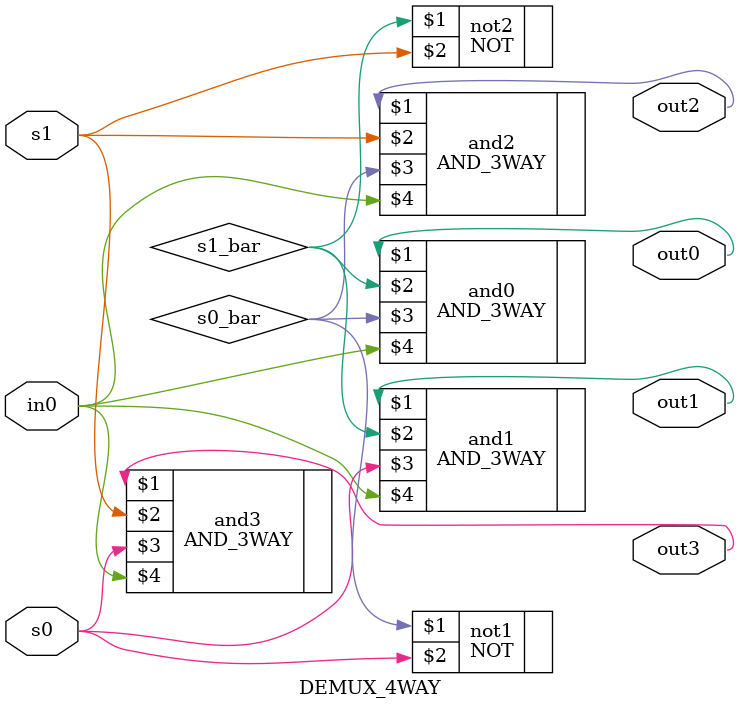
<source format=v>
module DEMUX_4WAY(out3,out2,out1,out0,in0,s1,s0);
output out3,out2,out1,out0;
input in0 ,s1 ,s0;
wire s0_bar, s1_bar;
NOT not1(s0_bar,s0), not2(s1_bar,s1);
AND_3WAY and0(out0,s1_bar,s0_bar,in0);
AND_3WAY and1(out1,s1_bar,s0,in0);
AND_3WAY and2(out2,s1,s0_bar,in0);
AND_3WAY and3(out3,s1,s0,in0);
endmodule

</source>
